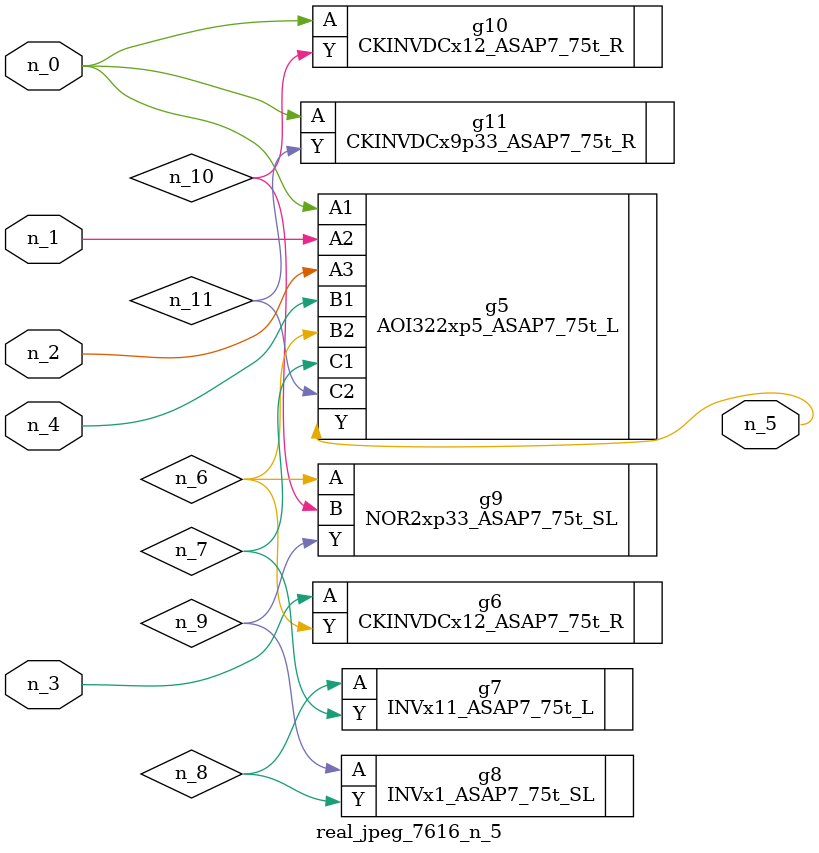
<source format=v>
module real_jpeg_7616_n_5 (n_4, n_0, n_1, n_2, n_3, n_5);

input n_4;
input n_0;
input n_1;
input n_2;
input n_3;

output n_5;

wire n_8;
wire n_11;
wire n_6;
wire n_7;
wire n_10;
wire n_9;

AOI322xp5_ASAP7_75t_L g5 ( 
.A1(n_0),
.A2(n_1),
.A3(n_2),
.B1(n_4),
.B2(n_6),
.C1(n_7),
.C2(n_11),
.Y(n_5)
);

CKINVDCx12_ASAP7_75t_R g10 ( 
.A(n_0),
.Y(n_10)
);

CKINVDCx9p33_ASAP7_75t_R g11 ( 
.A(n_0),
.Y(n_11)
);

CKINVDCx12_ASAP7_75t_R g6 ( 
.A(n_3),
.Y(n_6)
);

NOR2xp33_ASAP7_75t_SL g9 ( 
.A(n_6),
.B(n_10),
.Y(n_9)
);

INVx11_ASAP7_75t_L g7 ( 
.A(n_8),
.Y(n_7)
);

INVx1_ASAP7_75t_SL g8 ( 
.A(n_9),
.Y(n_8)
);


endmodule
</source>
